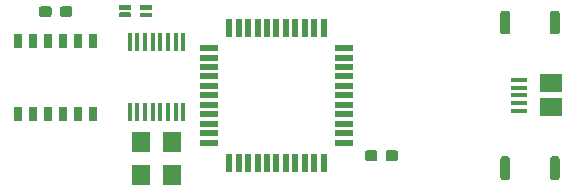
<source format=gbr>
G04 #@! TF.GenerationSoftware,KiCad,Pcbnew,(5.1.0-1387-g9cf427c7d)*
G04 #@! TF.CreationDate,2019-07-29T17:15:50-07:00*
G04 #@! TF.ProjectId,max_breakout,6d61785f-6272-4656-916b-6f75742e6b69,1.0*
G04 #@! TF.SameCoordinates,Original*
G04 #@! TF.FileFunction,Paste,Top*
G04 #@! TF.FilePolarity,Positive*
%FSLAX46Y46*%
G04 Gerber Fmt 4.6, Leading zero omitted, Abs format (unit mm)*
G04 Created by KiCad (PCBNEW (5.1.0-1387-g9cf427c7d)) date 2019-07-29 17:15:50*
%MOMM*%
%LPD*%
G04 APERTURE LIST*
%ADD10R,0.450000X1.500000*%
%ADD11C,0.100000*%
%ADD12C,0.800000*%
%ADD13R,1.500000X0.550000*%
%ADD14R,0.550000X1.500000*%
%ADD15C,0.950000*%
%ADD16C,0.400000*%
%ADD17R,1.540000X1.800000*%
%ADD18R,0.760000X1.250000*%
%ADD19R,1.900000X1.500000*%
%ADD20R,1.350000X0.400000*%
G04 APERTURE END LIST*
D10*
X124471000Y-105000000D03*
X125121000Y-105000000D03*
X125771000Y-105000000D03*
X126421000Y-105000000D03*
X127071000Y-105000000D03*
X127721000Y-105000000D03*
X128371000Y-105000000D03*
X129021000Y-105000000D03*
X129021000Y-110900000D03*
X128371000Y-110900000D03*
X127721000Y-110900000D03*
X127071000Y-110900000D03*
X126421000Y-110900000D03*
X125771000Y-110900000D03*
X125121000Y-110900000D03*
X124471000Y-110900000D03*
D11*
G36*
X156545537Y-102329724D02*
G01*
X156610421Y-102373079D01*
X156653776Y-102437963D01*
X156669000Y-102514500D01*
X156669000Y-104114500D01*
X156653776Y-104191037D01*
X156610421Y-104255921D01*
X156545537Y-104299276D01*
X156469000Y-104314500D01*
X156069000Y-104314500D01*
X155992463Y-104299276D01*
X155927579Y-104255921D01*
X155884224Y-104191037D01*
X155869000Y-104114500D01*
X155869000Y-102514500D01*
X155884224Y-102437963D01*
X155927579Y-102373079D01*
X155992463Y-102329724D01*
X156069000Y-102314500D01*
X156469000Y-102314500D01*
X156545537Y-102329724D01*
X156545537Y-102329724D01*
G37*
D12*
X156269000Y-103314500D03*
D11*
G36*
X160745537Y-102329724D02*
G01*
X160810421Y-102373079D01*
X160853776Y-102437963D01*
X160869000Y-102514500D01*
X160869000Y-104114500D01*
X160853776Y-104191037D01*
X160810421Y-104255921D01*
X160745537Y-104299276D01*
X160669000Y-104314500D01*
X160269000Y-104314500D01*
X160192463Y-104299276D01*
X160127579Y-104255921D01*
X160084224Y-104191037D01*
X160069000Y-104114500D01*
X160069000Y-102514500D01*
X160084224Y-102437963D01*
X160127579Y-102373079D01*
X160192463Y-102329724D01*
X160269000Y-102314500D01*
X160669000Y-102314500D01*
X160745537Y-102329724D01*
X160745537Y-102329724D01*
G37*
D12*
X160469000Y-103314500D03*
D11*
G36*
X156545537Y-114648724D02*
G01*
X156610421Y-114692079D01*
X156653776Y-114756963D01*
X156669000Y-114833500D01*
X156669000Y-116433500D01*
X156653776Y-116510037D01*
X156610421Y-116574921D01*
X156545537Y-116618276D01*
X156469000Y-116633500D01*
X156069000Y-116633500D01*
X155992463Y-116618276D01*
X155927579Y-116574921D01*
X155884224Y-116510037D01*
X155869000Y-116433500D01*
X155869000Y-114833500D01*
X155884224Y-114756963D01*
X155927579Y-114692079D01*
X155992463Y-114648724D01*
X156069000Y-114633500D01*
X156469000Y-114633500D01*
X156545537Y-114648724D01*
X156545537Y-114648724D01*
G37*
D12*
X156269000Y-115633500D03*
D11*
G36*
X160745537Y-114648724D02*
G01*
X160810421Y-114692079D01*
X160853776Y-114756963D01*
X160869000Y-114833500D01*
X160869000Y-116433500D01*
X160853776Y-116510037D01*
X160810421Y-116574921D01*
X160745537Y-116618276D01*
X160669000Y-116633500D01*
X160269000Y-116633500D01*
X160192463Y-116618276D01*
X160127579Y-116574921D01*
X160084224Y-116510037D01*
X160069000Y-116433500D01*
X160069000Y-114833500D01*
X160084224Y-114756963D01*
X160127579Y-114692079D01*
X160192463Y-114648724D01*
X160269000Y-114633500D01*
X160669000Y-114633500D01*
X160745537Y-114648724D01*
X160745537Y-114648724D01*
G37*
D12*
X160469000Y-115633500D03*
D13*
X131206000Y-113474000D03*
X131206000Y-112674000D03*
X131206000Y-111874000D03*
X131206000Y-111074000D03*
X131206000Y-110274000D03*
X131206000Y-109474000D03*
X131206000Y-108674000D03*
X131206000Y-107874000D03*
X131206000Y-107074000D03*
X131206000Y-106274000D03*
X131206000Y-105474000D03*
D14*
X132906000Y-103774000D03*
X133706000Y-103774000D03*
X134506000Y-103774000D03*
X135306000Y-103774000D03*
X136106000Y-103774000D03*
X136906000Y-103774000D03*
X137706000Y-103774000D03*
X138506000Y-103774000D03*
X139306000Y-103774000D03*
X140106000Y-103774000D03*
X140906000Y-103774000D03*
D13*
X142606000Y-105474000D03*
X142606000Y-106274000D03*
X142606000Y-107074000D03*
X142606000Y-107874000D03*
X142606000Y-108674000D03*
X142606000Y-109474000D03*
X142606000Y-110274000D03*
X142606000Y-111074000D03*
X142606000Y-111874000D03*
X142606000Y-112674000D03*
X142606000Y-113474000D03*
D14*
X140906000Y-115174000D03*
X140106000Y-115174000D03*
X139306000Y-115174000D03*
X138506000Y-115174000D03*
X137706000Y-115174000D03*
X136906000Y-115174000D03*
X136106000Y-115174000D03*
X135306000Y-115174000D03*
X134506000Y-115174000D03*
X133706000Y-115174000D03*
X132906000Y-115174000D03*
D11*
G36*
X147049387Y-114097079D02*
G01*
X147126438Y-114148562D01*
X147177921Y-114225613D01*
X147196000Y-114316500D01*
X147196000Y-114791500D01*
X147177921Y-114882387D01*
X147126438Y-114959438D01*
X147049387Y-115010921D01*
X146958500Y-115029000D01*
X146383500Y-115029000D01*
X146292613Y-115010921D01*
X146215562Y-114959438D01*
X146164079Y-114882387D01*
X146146000Y-114791500D01*
X146146000Y-114316500D01*
X146164079Y-114225613D01*
X146215562Y-114148562D01*
X146292613Y-114097079D01*
X146383500Y-114079000D01*
X146958500Y-114079000D01*
X147049387Y-114097079D01*
X147049387Y-114097079D01*
G37*
D15*
X146671000Y-114554000D03*
D11*
G36*
X145299387Y-114097079D02*
G01*
X145376438Y-114148562D01*
X145427921Y-114225613D01*
X145446000Y-114316500D01*
X145446000Y-114791500D01*
X145427921Y-114882387D01*
X145376438Y-114959438D01*
X145299387Y-115010921D01*
X145208500Y-115029000D01*
X144633500Y-115029000D01*
X144542613Y-115010921D01*
X144465562Y-114959438D01*
X144414079Y-114882387D01*
X144396000Y-114791500D01*
X144396000Y-114316500D01*
X144414079Y-114225613D01*
X144465562Y-114148562D01*
X144542613Y-114097079D01*
X144633500Y-114079000D01*
X145208500Y-114079000D01*
X145299387Y-114097079D01*
X145299387Y-114097079D01*
G37*
D15*
X144921000Y-114554000D03*
D11*
G36*
X124542268Y-101839412D02*
G01*
X124574711Y-101861089D01*
X124596388Y-101893532D01*
X124604000Y-101931800D01*
X124604000Y-102131800D01*
X124596388Y-102170068D01*
X124574711Y-102202511D01*
X124542268Y-102224188D01*
X124504000Y-102231800D01*
X123654000Y-102231800D01*
X123615732Y-102224188D01*
X123583289Y-102202511D01*
X123561612Y-102170068D01*
X123554000Y-102131800D01*
X123554000Y-101931800D01*
X123561612Y-101893532D01*
X123583289Y-101861089D01*
X123615732Y-101839412D01*
X123654000Y-101831800D01*
X124504000Y-101831800D01*
X124542268Y-101839412D01*
X124542268Y-101839412D01*
G37*
D16*
X124079000Y-102031800D03*
D11*
G36*
X126331668Y-101839412D02*
G01*
X126364111Y-101861089D01*
X126385788Y-101893532D01*
X126393400Y-101931800D01*
X126393400Y-102131800D01*
X126385788Y-102170068D01*
X126364111Y-102202511D01*
X126331668Y-102224188D01*
X126293400Y-102231800D01*
X125443400Y-102231800D01*
X125405132Y-102224188D01*
X125372689Y-102202511D01*
X125351012Y-102170068D01*
X125343400Y-102131800D01*
X125343400Y-101931800D01*
X125351012Y-101893532D01*
X125372689Y-101861089D01*
X125405132Y-101839412D01*
X125443400Y-101831800D01*
X126293400Y-101831800D01*
X126331668Y-101839412D01*
X126331668Y-101839412D01*
G37*
D16*
X125868400Y-102031800D03*
D11*
G36*
X124542268Y-102449012D02*
G01*
X124574711Y-102470689D01*
X124596388Y-102503132D01*
X124604000Y-102541400D01*
X124604000Y-102741400D01*
X124596388Y-102779668D01*
X124574711Y-102812111D01*
X124542268Y-102833788D01*
X124504000Y-102841400D01*
X123654000Y-102841400D01*
X123615732Y-102833788D01*
X123583289Y-102812111D01*
X123561612Y-102779668D01*
X123554000Y-102741400D01*
X123554000Y-102541400D01*
X123561612Y-102503132D01*
X123583289Y-102470689D01*
X123615732Y-102449012D01*
X123654000Y-102441400D01*
X124504000Y-102441400D01*
X124542268Y-102449012D01*
X124542268Y-102449012D01*
G37*
D16*
X124079000Y-102641400D03*
D11*
G36*
X126320268Y-102474412D02*
G01*
X126352711Y-102496089D01*
X126374388Y-102528532D01*
X126382000Y-102566800D01*
X126382000Y-102766800D01*
X126374388Y-102805068D01*
X126352711Y-102837511D01*
X126320268Y-102859188D01*
X126282000Y-102866800D01*
X125432000Y-102866800D01*
X125393732Y-102859188D01*
X125361289Y-102837511D01*
X125339612Y-102805068D01*
X125332000Y-102766800D01*
X125332000Y-102566800D01*
X125339612Y-102528532D01*
X125361289Y-102496089D01*
X125393732Y-102474412D01*
X125432000Y-102466800D01*
X126282000Y-102466800D01*
X126320268Y-102474412D01*
X126320268Y-102474412D01*
G37*
D16*
X125857000Y-102666800D03*
D17*
X125406000Y-113408000D03*
X128086000Y-113408000D03*
X128086000Y-116208000D03*
X125406000Y-116208000D03*
D11*
G36*
X119464987Y-101905079D02*
G01*
X119542038Y-101956562D01*
X119593521Y-102033613D01*
X119611600Y-102124500D01*
X119611600Y-102599500D01*
X119593521Y-102690387D01*
X119542038Y-102767438D01*
X119464987Y-102818921D01*
X119374100Y-102837000D01*
X118799100Y-102837000D01*
X118708213Y-102818921D01*
X118631162Y-102767438D01*
X118579679Y-102690387D01*
X118561600Y-102599500D01*
X118561600Y-102124500D01*
X118579679Y-102033613D01*
X118631162Y-101956562D01*
X118708213Y-101905079D01*
X118799100Y-101887000D01*
X119374100Y-101887000D01*
X119464987Y-101905079D01*
X119464987Y-101905079D01*
G37*
D15*
X119086600Y-102362000D03*
D11*
G36*
X117714987Y-101905079D02*
G01*
X117792038Y-101956562D01*
X117843521Y-102033613D01*
X117861600Y-102124500D01*
X117861600Y-102599500D01*
X117843521Y-102690387D01*
X117792038Y-102767438D01*
X117714987Y-102818921D01*
X117624100Y-102837000D01*
X117049100Y-102837000D01*
X116958213Y-102818921D01*
X116881162Y-102767438D01*
X116829679Y-102690387D01*
X116811600Y-102599500D01*
X116811600Y-102124500D01*
X116829679Y-102033613D01*
X116881162Y-101956562D01*
X116958213Y-101905079D01*
X117049100Y-101887000D01*
X117624100Y-101887000D01*
X117714987Y-101905079D01*
X117714987Y-101905079D01*
G37*
D15*
X117336600Y-102362000D03*
D18*
X121386600Y-111025000D03*
X115036600Y-104875000D03*
X120116600Y-111025000D03*
X116306600Y-104875000D03*
X118846600Y-111025000D03*
X117576600Y-104875000D03*
X117576600Y-111025000D03*
X118846600Y-104875000D03*
X116306600Y-111025000D03*
X120116600Y-104875000D03*
X115036600Y-111025000D03*
X121386600Y-104875000D03*
D19*
X160114500Y-110469000D03*
D20*
X157414500Y-109469000D03*
X157414500Y-108819000D03*
X157414500Y-108169000D03*
X157414500Y-110769000D03*
X157414500Y-110119000D03*
D19*
X160114500Y-108469000D03*
M02*

</source>
